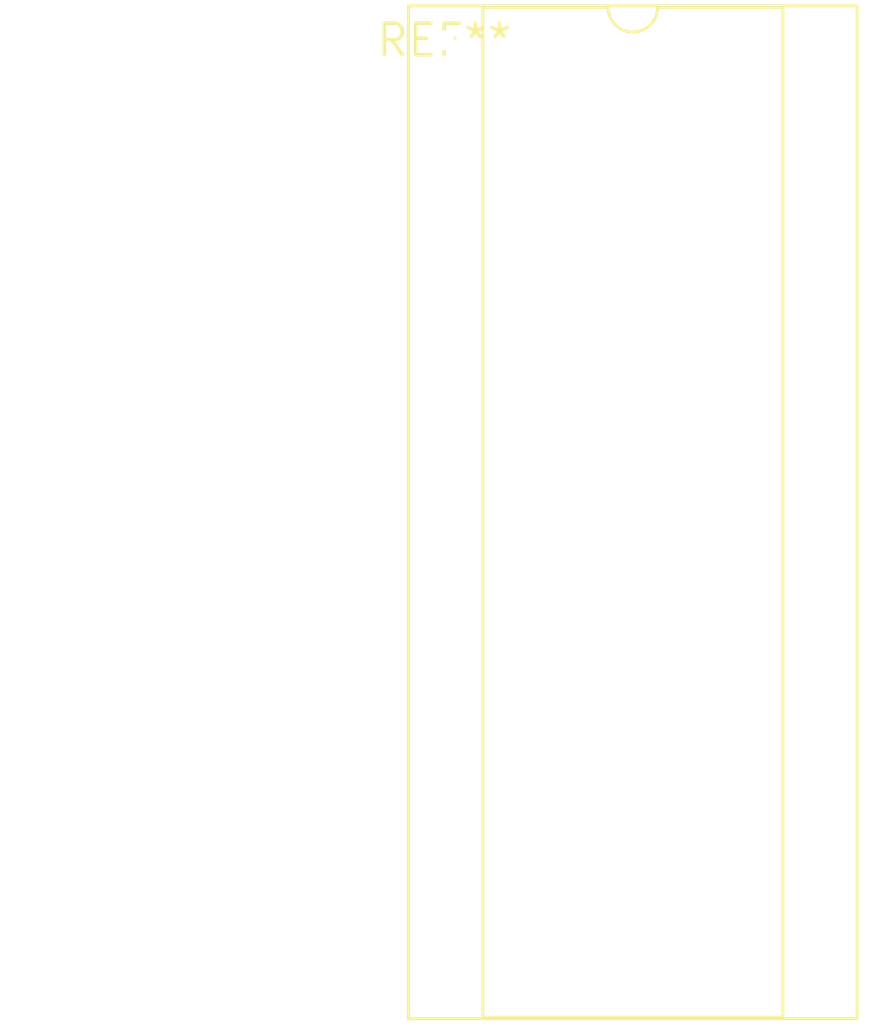
<source format=kicad_pcb>
(kicad_pcb (version 20240108) (generator pcbnew)
  (layers (0 "F.Cu" signal) (31 "B.Cu" signal) (34 "B.Paste" user) (35 "F.Paste" user) (36 "B.SilkS" user "B.Silkscreen") (37 "F.SilkS" user "F.Silkscreen") (38 "B.Mask" user) (39 "F.Mask" user) (44 "Edge.Cuts" user))
  (net 0 "")
  (footprint "DIP-32_W15.24mm_Socket_LongPads" (layer "F.Cu") (at 0 0)
    (property "Reference" "REF**")
    (property "Value" "DIP-32_W15.24mm_Socket_LongPads")
    (fp_line (start -1.44 -1.39) (end -1.44 39.49) (layer "F.SilkS") (stroke (width 0.12)))
    (fp_line (start -1.44 39.49) (end 16.68 39.49) (layer "F.SilkS") (stroke (width 0.12)))
    (fp_line (start 1.56 -1.33) (end 1.56 39.43) (layer "F.SilkS") (stroke (width 0.12)))
    (fp_line (start 1.56 39.43) (end 13.68 39.43) (layer "F.SilkS") (stroke (width 0.12)))
    (fp_line (start 6.62 -1.33) (end 1.56 -1.33) (layer "F.SilkS") (stroke (width 0.12)))
    (fp_line (start 13.68 -1.33) (end 8.62 -1.33) (layer "F.SilkS") (stroke (width 0.12)))
    (fp_line (start 13.68 39.43) (end 13.68 -1.33) (layer "F.SilkS") (stroke (width 0.12)))
    (fp_line (start 16.68 -1.39) (end -1.44 -1.39) (layer "F.SilkS") (stroke (width 0.12)))
    (fp_line (start 16.68 39.49) (end 16.68 -1.39) (layer "F.SilkS") (stroke (width 0.12)))
    (fp_arc (start 8.62 -1.33) (mid 7.62 -0.33) (end 6.62 -1.33) (layer "F.SilkS") (stroke (width 0.12)))
    (pad "1" thru_hole rect (at 0 0) (size 2.4 1.6) (drill 0.8) (layers *.Cu *.Mask) (remove_unused_layers))
    (pad "2" thru_hole oval (at 0 2.54) (size 2.4 1.6) (drill 0.8) (layers *.Cu *.Mask) (remove_unused_layers))
    (pad "3" thru_hole oval (at 0 5.08) (size 2.4 1.6) (drill 0.8) (layers *.Cu *.Mask) (remove_unused_layers))
    (pad "4" thru_hole oval (at 0 7.62) (size 2.4 1.6) (drill 0.8) (layers *.Cu *.Mask) (remove_unused_layers))
    (pad "5" thru_hole oval (at 0 10.16) (size 2.4 1.6) (drill 0.8) (layers *.Cu *.Mask) (remove_unused_layers))
    (pad "6" thru_hole oval (at 0 12.7) (size 2.4 1.6) (drill 0.8) (layers *.Cu *.Mask) (remove_unused_layers))
    (pad "7" thru_hole oval (at 0 15.24) (size 2.4 1.6) (drill 0.8) (layers *.Cu *.Mask) (remove_unused_layers))
    (pad "8" thru_hole oval (at 0 17.78) (size 2.4 1.6) (drill 0.8) (layers *.Cu *.Mask) (remove_unused_layers))
    (pad "9" thru_hole oval (at 0 20.32) (size 2.4 1.6) (drill 0.8) (layers *.Cu *.Mask) (remove_unused_layers))
    (pad "10" thru_hole oval (at 0 22.86) (size 2.4 1.6) (drill 0.8) (layers *.Cu *.Mask) (remove_unused_layers))
    (pad "11" thru_hole oval (at 0 25.4) (size 2.4 1.6) (drill 0.8) (layers *.Cu *.Mask) (remove_unused_layers))
    (pad "12" thru_hole oval (at 0 27.94) (size 2.4 1.6) (drill 0.8) (layers *.Cu *.Mask) (remove_unused_layers))
    (pad "13" thru_hole oval (at 0 30.48) (size 2.4 1.6) (drill 0.8) (layers *.Cu *.Mask) (remove_unused_layers))
    (pad "14" thru_hole oval (at 0 33.02) (size 2.4 1.6) (drill 0.8) (layers *.Cu *.Mask) (remove_unused_layers))
    (pad "15" thru_hole oval (at 0 35.56) (size 2.4 1.6) (drill 0.8) (layers *.Cu *.Mask) (remove_unused_layers))
    (pad "16" thru_hole oval (at 0 38.1) (size 2.4 1.6) (drill 0.8) (layers *.Cu *.Mask) (remove_unused_layers))
    (pad "17" thru_hole oval (at 15.24 38.1) (size 2.4 1.6) (drill 0.8) (layers *.Cu *.Mask) (remove_unused_layers))
    (pad "18" thru_hole oval (at 15.24 35.56) (size 2.4 1.6) (drill 0.8) (layers *.Cu *.Mask) (remove_unused_layers))
    (pad "19" thru_hole oval (at 15.24 33.02) (size 2.4 1.6) (drill 0.8) (layers *.Cu *.Mask) (remove_unused_layers))
    (pad "20" thru_hole oval (at 15.24 30.48) (size 2.4 1.6) (drill 0.8) (layers *.Cu *.Mask) (remove_unused_layers))
    (pad "21" thru_hole oval (at 15.24 27.94) (size 2.4 1.6) (drill 0.8) (layers *.Cu *.Mask) (remove_unused_layers))
    (pad "22" thru_hole oval (at 15.24 25.4) (size 2.4 1.6) (drill 0.8) (layers *.Cu *.Mask) (remove_unused_layers))
    (pad "23" thru_hole oval (at 15.24 22.86) (size 2.4 1.6) (drill 0.8) (layers *.Cu *.Mask) (remove_unused_layers))
    (pad "24" thru_hole oval (at 15.24 20.32) (size 2.4 1.6) (drill 0.8) (layers *.Cu *.Mask) (remove_unused_layers))
    (pad "25" thru_hole oval (at 15.24 17.78) (size 2.4 1.6) (drill 0.8) (layers *.Cu *.Mask) (remove_unused_layers))
    (pad "26" thru_hole oval (at 15.24 15.24) (size 2.4 1.6) (drill 0.8) (layers *.Cu *.Mask) (remove_unused_layers))
    (pad "27" thru_hole oval (at 15.24 12.7) (size 2.4 1.6) (drill 0.8) (layers *.Cu *.Mask) (remove_unused_layers))
    (pad "28" thru_hole oval (at 15.24 10.16) (size 2.4 1.6) (drill 0.8) (layers *.Cu *.Mask) (remove_unused_layers))
    (pad "29" thru_hole oval (at 15.24 7.62) (size 2.4 1.6) (drill 0.8) (layers *.Cu *.Mask) (remove_unused_layers))
    (pad "30" thru_hole oval (at 15.24 5.08) (size 2.4 1.6) (drill 0.8) (layers *.Cu *.Mask) (remove_unused_layers))
    (pad "31" thru_hole oval (at 15.24 2.54) (size 2.4 1.6) (drill 0.8) (layers *.Cu *.Mask) (remove_unused_layers))
    (pad "32" thru_hole oval (at 15.24 0) (size 2.4 1.6) (drill 0.8) (layers *.Cu *.Mask) (remove_unused_layers))
  )
)
</source>
